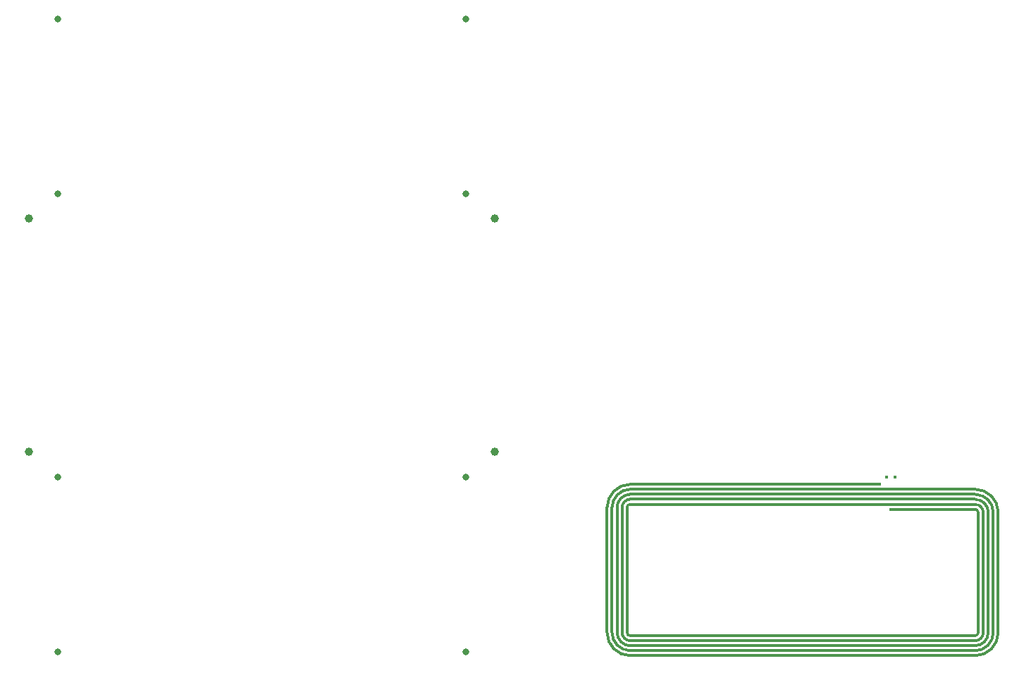
<source format=gbr>
%TF.GenerationSoftware,KiCad,Pcbnew,(6.0.0)*%
%TF.CreationDate,2022-08-13T20:29:40+02:00*%
%TF.ProjectId,PCBWallet,50434257-616c-46c6-9574-2e6b69636164,rev?*%
%TF.SameCoordinates,Original*%
%TF.FileFunction,Copper,L2,Bot*%
%TF.FilePolarity,Positive*%
%FSLAX46Y46*%
G04 Gerber Fmt 4.6, Leading zero omitted, Abs format (unit mm)*
G04 Created by KiCad (PCBNEW (6.0.0)) date 2022-08-13 20:29:40*
%MOMM*%
%LPD*%
G01*
G04 APERTURE LIST*
%TA.AperFunction,EtchedComponent*%
%ADD10C,0.300000*%
%TD*%
%TA.AperFunction,ComponentPad*%
%ADD11C,0.400000*%
%TD*%
%TA.AperFunction,ViaPad*%
%ADD12C,1.000000*%
%TD*%
%TA.AperFunction,ViaPad*%
%ADD13C,0.800000*%
%TD*%
G04 APERTURE END LIST*
D10*
%TO.C,AE1*%
X172800049Y-111100000D02*
G75*
G03*
X171200049Y-112700000I40J-1600040D01*
G01*
X214600001Y-113297798D02*
G75*
G03*
X214200001Y-112899997I-399948J-2153D01*
G01*
X214202228Y-128100004D02*
G75*
G03*
X214600029Y-127700004I-2153J399948D01*
G01*
X215200001Y-113300052D02*
G75*
G03*
X214200001Y-112300052I-1000003J-3D01*
G01*
X217000001Y-113300052D02*
G75*
G03*
X214199999Y-110500002I-2800027J23D01*
G01*
X216400001Y-113300052D02*
G75*
G03*
X214200001Y-111100052I-2197746J2254D01*
G01*
X172797795Y-112300000D02*
G75*
G03*
X172399994Y-112700000I2153J-399948D01*
G01*
X172800049Y-111700000D02*
G75*
G03*
X171800049Y-112700000I3J-1000003D01*
G01*
X171199999Y-127700003D02*
G75*
G03*
X172799999Y-129300003I1600040J40D01*
G01*
X172800049Y-109900000D02*
G75*
G03*
X169999999Y-112700002I-23J-2800027D01*
G01*
X171799999Y-127700003D02*
G75*
G03*
X172799999Y-128700003I1000003J3D01*
G01*
X214199974Y-130500004D02*
G75*
G03*
X217000024Y-127700002I23J2800027D01*
G01*
X169999999Y-127700003D02*
G75*
G03*
X172800001Y-130500053I2800027J-23D01*
G01*
X170599999Y-127700003D02*
G75*
G03*
X172799999Y-129900003I2197746J-2254D01*
G01*
X215800001Y-113300052D02*
G75*
G03*
X214200001Y-111700052I-1600040J-40D01*
G01*
X172800049Y-110500000D02*
G75*
G03*
X170600049Y-112700000I-2254J-2197746D01*
G01*
X214199974Y-129300004D02*
G75*
G03*
X215799974Y-127700004I-40J1600040D01*
G01*
X214199974Y-129900004D02*
G75*
G03*
X216399974Y-127700004I2254J2197746D01*
G01*
X214199974Y-128700004D02*
G75*
G03*
X215199974Y-127700004I-3J1000003D01*
G01*
X172399999Y-127702257D02*
G75*
G03*
X172799999Y-128100058I399948J2153D01*
G01*
X169999999Y-127700003D02*
X169999999Y-112700002D01*
X172800049Y-109900000D02*
X202700000Y-109900000D01*
X214600001Y-113297798D02*
X214600029Y-127700004D01*
X214199999Y-112299947D02*
X172797795Y-112300000D01*
X216400001Y-113300052D02*
X216399974Y-127700004D01*
X214199999Y-111100002D02*
X172800049Y-111100000D01*
X171199999Y-127700003D02*
X171200049Y-112700000D01*
X214200001Y-112900000D02*
X204100000Y-112900000D01*
X215200001Y-113300052D02*
X215199974Y-127700004D01*
X215800001Y-113300052D02*
X215799974Y-127700004D01*
X171799999Y-127700003D02*
X171800049Y-112700000D01*
X172800001Y-130500053D02*
X214199949Y-130500005D01*
X214199999Y-111700002D02*
X172800049Y-111700000D01*
X172799999Y-129300003D02*
X214199949Y-129300005D01*
X170599999Y-127700003D02*
X170600049Y-112700000D01*
X172799999Y-128100058D02*
X214202203Y-128100005D01*
X172799999Y-128700003D02*
X214199949Y-128700005D01*
X172399999Y-127702257D02*
X172399994Y-112700000D01*
X172799999Y-129900003D02*
X214199949Y-129900005D01*
X214199999Y-110500002D02*
X172800049Y-110500000D01*
X217000001Y-113300052D02*
X217000024Y-127700002D01*
%TD*%
D11*
%TO.P,AE1,2*%
%TO.N,Net-(AE1-Pad2)*%
X203600000Y-109000000D03*
%TO.P,AE1,1*%
%TO.N,Net-(AE1-Pad1)*%
X204600000Y-109000000D03*
%TO.P,AE1, *%
%TO.N,N/C*%
X202700000Y-109900025D03*
X204100000Y-112900000D03*
%TD*%
D12*
%TO.N,*%
X156500000Y-78000000D03*
X100500000Y-78000000D03*
X100500000Y-106000000D03*
X156500000Y-106000000D03*
D13*
X153000000Y-54000000D03*
X104000000Y-54000000D03*
X153000000Y-75000000D03*
X104000000Y-75000000D03*
X104000000Y-130000000D03*
X104000000Y-109000000D03*
X153000000Y-109000000D03*
X153000000Y-130000000D03*
%TD*%
M02*

</source>
